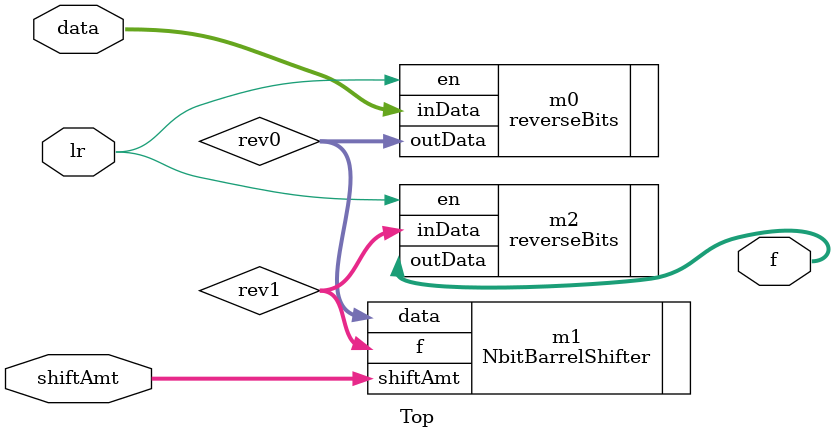
<source format=sv>
`timescale 1ns / 1ps


module Top
    #(parameter N = 8)
    (
    input logic [N-1:0]data,
    input logic lr,
    input logic [$clog2(N) - 1:0] shiftAmt,
    output logic [N-1:0]f
    );
    
    logic [N-1:0] rev0, rev1;
    
    reverseBits m0(.inData(data), .en(lr), .outData(rev0));
    
    NbitBarrelShifter m1(.data(rev0), .shiftAmt(shiftAmt), .f(rev1));
    
    reverseBits m2(.inData(rev1), .en(lr), .outData(f));
    
endmodule

</source>
